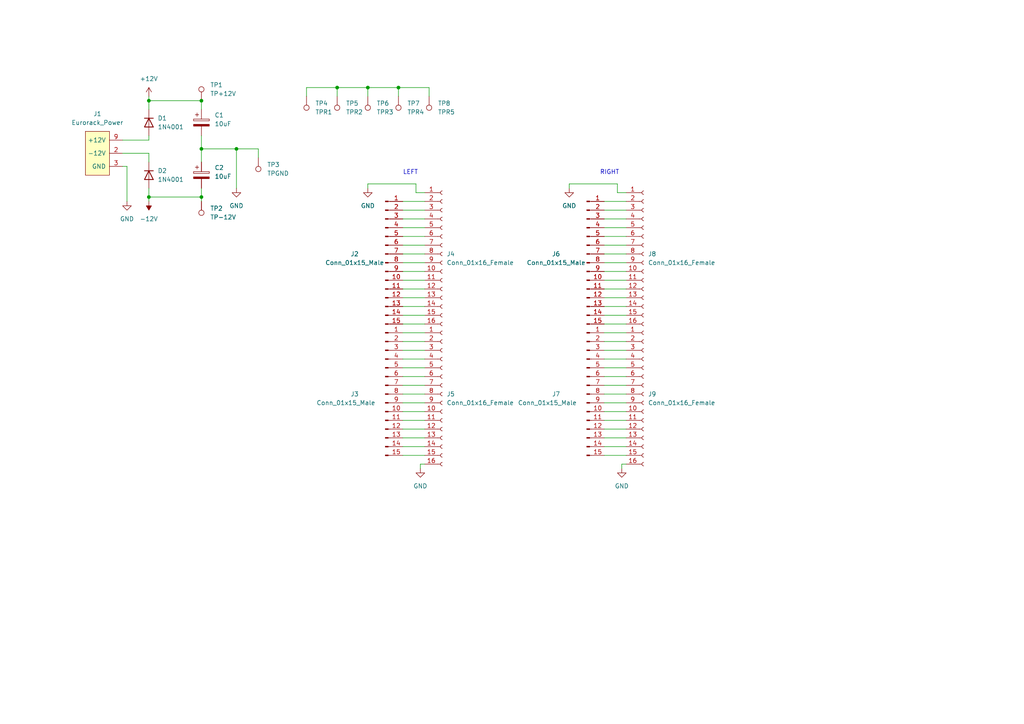
<source format=kicad_sch>
(kicad_sch (version 20211123) (generator eeschema)
  (paper "A4")
  (lib_symbols
    (symbol "Connector:Conn_01x15_Male" (pin_names (offset 1.016) hide)
      (property "Reference" "J" (at 0 20.32 0))
      (property "Value" "Conn_01x15_Male" (at 0 -20.32 0))
      (symbol "Conn_01x15_Male_1_1"
        (polyline (pts (xy 1.27 -17.78) (xy 0.8636 -17.78)) (stroke (width 0.1524)))
        (polyline (pts (xy 1.27 -15.24) (xy 0.8636 -15.24)) (stroke (width 0.1524)))
        (polyline (pts (xy 1.27 -12.7) (xy 0.8636 -12.7)) (stroke (width 0.1524)))
        (polyline (pts (xy 1.27 -10.16) (xy 0.8636 -10.16)) (stroke (width 0.1524)))
        (polyline (pts (xy 1.27 -7.62) (xy 0.8636 -7.62)) (stroke (width 0.1524)))
        (polyline (pts (xy 1.27 -5.08) (xy 0.8636 -5.08)) (stroke (width 0.1524)))
        (polyline (pts (xy 1.27 -2.54) (xy 0.8636 -2.54)) (stroke (width 0.1524)))
        (polyline (pts (xy 1.27 0) (xy 0.8636 0)) (stroke (width 0.1524)))
        (polyline (pts (xy 1.27 2.54) (xy 0.8636 2.54)) (stroke (width 0.1524)))
        (polyline (pts (xy 1.27 5.08) (xy 0.8636 5.08)) (stroke (width 0.1524)))
        (polyline (pts (xy 1.27 7.62) (xy 0.8636 7.62)) (stroke (width 0.1524)))
        (polyline (pts (xy 1.27 10.16) (xy 0.8636 10.16)) (stroke (width 0.1524)))
        (polyline (pts (xy 1.27 12.7) (xy 0.8636 12.7)) (stroke (width 0.1524)))
        (polyline (pts (xy 1.27 15.24) (xy 0.8636 15.24)) (stroke (width 0.1524)))
        (polyline (pts (xy 1.27 17.78) (xy 0.8636 17.78)) (stroke (width 0.1524)))
        (rectangle (start 0.8636 -17.653) (end 0 -17.907) (stroke (width 0.1524)) (fill (type outline)))
        (rectangle (start 0.8636 -15.113) (end 0 -15.367) (stroke (width 0.1524)) (fill (type outline)))
        (rectangle (start 0.8636 -12.573) (end 0 -12.827) (stroke (width 0.1524)) (fill (type outline)))
        (rectangle (start 0.8636 -10.033) (end 0 -10.287) (stroke (width 0.1524)) (fill (type outline)))
        (rectangle (start 0.8636 -7.493) (end 0 -7.747) (stroke (width 0.1524)) (fill (type outline)))
        (rectangle (start 0.8636 -4.953) (end 0 -5.207) (stroke (width 0.1524)) (fill (type outline)))
        (rectangle (start 0.8636 -2.413) (end 0 -2.667) (stroke (width 0.1524)) (fill (type outline)))
        (rectangle (start 0.8636 0.127) (end 0 -0.127) (stroke (width 0.1524)) (fill (type outline)))
        (rectangle (start 0.8636 2.667) (end 0 2.413) (stroke (width 0.1524)) (fill (type outline)))
        (rectangle (start 0.8636 5.207) (end 0 4.953) (stroke (width 0.1524)) (fill (type outline)))
        (rectangle (start 0.8636 7.747) (end 0 7.493) (stroke (width 0.1524)) (fill (type outline)))
        (rectangle (start 0.8636 10.287) (end 0 10.033) (stroke (width 0.1524)) (fill (type outline)))
        (rectangle (start 0.8636 12.827) (end 0 12.573) (stroke (width 0.1524)) (fill (type outline)))
        (rectangle (start 0.8636 15.367) (end 0 15.113) (stroke (width 0.1524)) (fill (type outline)))
        (rectangle (start 0.8636 17.907) (end 0 17.653) (stroke (width 0.1524)) (fill (type outline)))
        (pin passive line (at 5.08 17.78 180) (length 3.81) (name "Pin_1") (number "1"))
        (pin passive line (at 5.08 -5.08 180) (length 3.81) (name "Pin_10") (number "10"))
        (pin passive line (at 5.08 -7.62 180) (length 3.81) (name "Pin_11") (number "11"))
        (pin passive line (at 5.08 -10.16 180) (length 3.81) (name "Pin_12") (number "12"))
        (pin passive line (at 5.08 -12.7 180) (length 3.81) (name "Pin_13") (number "13"))
        (pin passive line (at 5.08 -15.24 180) (length 3.81) (name "Pin_14") (number "14"))
        (pin passive line (at 5.08 -17.78 180) (length 3.81) (name "Pin_15") (number "15"))
        (pin passive line (at 5.08 15.24 180) (length 3.81) (name "Pin_2") (number "2"))
        (pin passive line (at 5.08 12.7 180) (length 3.81) (name "Pin_3") (number "3"))
        (pin passive line (at 5.08 10.16 180) (length 3.81) (name "Pin_4") (number "4"))
        (pin passive line (at 5.08 7.62 180) (length 3.81) (name "Pin_5") (number "5"))
        (pin passive line (at 5.08 5.08 180) (length 3.81) (name "Pin_6") (number "6"))
        (pin passive line (at 5.08 2.54 180) (length 3.81) (name "Pin_7") (number "7"))
        (pin passive line (at 5.08 0 180) (length 3.81) (name "Pin_8") (number "8"))
        (pin passive line (at 5.08 -2.54 180) (length 3.81) (name "Pin_9") (number "9"))
      )
    )
    (symbol "Connector:Conn_01x16_Female" (pin_names (offset 1.016) hide)
      (property "Reference" "J" (at 0 20.32 0))
      (property "Value" "Conn_01x16_Female" (at 0 -22.86 0))
      (symbol "Conn_01x16_Female_1_1"
        (arc (start 0 -19.812) (mid -0.508 -20.32) (end 0 -20.828) (stroke (width 0.1524)))
        (arc (start 0 -17.272) (mid -0.508 -17.78) (end 0 -18.288) (stroke (width 0.1524)))
        (arc (start 0 -14.732) (mid -0.508 -15.24) (end 0 -15.748) (stroke (width 0.1524)))
        (arc (start 0 -12.192) (mid -0.508 -12.7) (end 0 -13.208) (stroke (width 0.1524)))
        (arc (start 0 -9.652) (mid -0.508 -10.16) (end 0 -10.668) (stroke (width 0.1524)))
        (arc (start 0 -7.112) (mid -0.508 -7.62) (end 0 -8.128) (stroke (width 0.1524)))
        (arc (start 0 -4.572) (mid -0.508 -5.08) (end 0 -5.588) (stroke (width 0.1524)))
        (arc (start 0 -2.032) (mid -0.508 -2.54) (end 0 -3.048) (stroke (width 0.1524)))
        (polyline (pts (xy -1.27 -20.32) (xy -0.508 -20.32)) (stroke (width 0.1524)))
        (polyline (pts (xy -1.27 -17.78) (xy -0.508 -17.78)) (stroke (width 0.1524)))
        (polyline (pts (xy -1.27 -15.24) (xy -0.508 -15.24)) (stroke (width 0.1524)))
        (polyline (pts (xy -1.27 -12.7) (xy -0.508 -12.7)) (stroke (width 0.1524)))
        (polyline (pts (xy -1.27 -10.16) (xy -0.508 -10.16)) (stroke (width 0.1524)))
        (polyline (pts (xy -1.27 -7.62) (xy -0.508 -7.62)) (stroke (width 0.1524)))
        (polyline (pts (xy -1.27 -5.08) (xy -0.508 -5.08)) (stroke (width 0.1524)))
        (polyline (pts (xy -1.27 -2.54) (xy -0.508 -2.54)) (stroke (width 0.1524)))
        (polyline (pts (xy -1.27 0) (xy -0.508 0)) (stroke (width 0.1524)))
        (polyline (pts (xy -1.27 2.54) (xy -0.508 2.54)) (stroke (width 0.1524)))
        (polyline (pts (xy -1.27 5.08) (xy -0.508 5.08)) (stroke (width 0.1524)))
        (polyline (pts (xy -1.27 7.62) (xy -0.508 7.62)) (stroke (width 0.1524)))
        (polyline (pts (xy -1.27 10.16) (xy -0.508 10.16)) (stroke (width 0.1524)))
        (polyline (pts (xy -1.27 12.7) (xy -0.508 12.7)) (stroke (width 0.1524)))
        (polyline (pts (xy -1.27 15.24) (xy -0.508 15.24)) (stroke (width 0.1524)))
        (polyline (pts (xy -1.27 17.78) (xy -0.508 17.78)) (stroke (width 0.1524)))
        (arc (start 0 0.508) (mid -0.508 0) (end 0 -0.508) (stroke (width 0.1524)))
        (arc (start 0 3.048) (mid -0.508 2.54) (end 0 2.032) (stroke (width 0.1524)))
        (arc (start 0 5.588) (mid -0.508 5.08) (end 0 4.572) (stroke (width 0.1524)))
        (arc (start 0 8.128) (mid -0.508 7.62) (end 0 7.112) (stroke (width 0.1524)))
        (arc (start 0 10.668) (mid -0.508 10.16) (end 0 9.652) (stroke (width 0.1524)))
        (arc (start 0 13.208) (mid -0.508 12.7) (end 0 12.192) (stroke (width 0.1524)))
        (arc (start 0 15.748) (mid -0.508 15.24) (end 0 14.732) (stroke (width 0.1524)))
        (arc (start 0 18.288) (mid -0.508 17.78) (end 0 17.272) (stroke (width 0.1524)))
        (pin passive line (at -5.08 17.78 0) (length 3.81) (name "Pin_1") (number "1"))
        (pin passive line (at -5.08 -5.08 0) (length 3.81) (name "Pin_10") (number "10"))
        (pin passive line (at -5.08 -7.62 0) (length 3.81) (name "Pin_11") (number "11"))
        (pin passive line (at -5.08 -10.16 0) (length 3.81) (name "Pin_12") (number "12"))
        (pin passive line (at -5.08 -12.7 0) (length 3.81) (name "Pin_13") (number "13"))
        (pin passive line (at -5.08 -15.24 0) (length 3.81) (name "Pin_14") (number "14"))
        (pin passive line (at -5.08 -17.78 0) (length 3.81) (name "Pin_15") (number "15"))
        (pin passive line (at -5.08 -20.32 0) (length 3.81) (name "Pin_16") (number "16"))
        (pin passive line (at -5.08 15.24 0) (length 3.81) (name "Pin_2") (number "2"))
        (pin passive line (at -5.08 12.7 0) (length 3.81) (name "Pin_3") (number "3"))
        (pin passive line (at -5.08 10.16 0) (length 3.81) (name "Pin_4") (number "4"))
        (pin passive line (at -5.08 7.62 0) (length 3.81) (name "Pin_5") (number "5"))
        (pin passive line (at -5.08 5.08 0) (length 3.81) (name "Pin_6") (number "6"))
        (pin passive line (at -5.08 2.54 0) (length 3.81) (name "Pin_7") (number "7"))
        (pin passive line (at -5.08 0 0) (length 3.81) (name "Pin_8") (number "8"))
        (pin passive line (at -5.08 -2.54 0) (length 3.81) (name "Pin_9") (number "9"))
      )
    )
    (symbol "Connector:TestPoint" (pin_numbers hide) (pin_names (offset 0.762) hide)
      (property "Reference" "TP" (at 0 6.858 0))
      (property "Value" "TestPoint" (at 0 5.08 0))
      (symbol "TestPoint_0_1"
        (circle (center 0 3.302) (radius 0.762))
      )
      (symbol "TestPoint_1_1"
        (pin passive line (at 0 0 90) (length 2.54) (name "1") (number "1"))
      )
    )
    (symbol "Device:C_Polarized" (pin_numbers hide) (pin_names (offset 0.254))
      (property "Reference" "C" (at 0.635 2.54 0))
      (property "Value" "C_Polarized" (at 0.635 -2.54 0))
      (symbol "C_Polarized_0_1"
        (rectangle (start -2.286 0.508) (end 2.286 1.016))
        (polyline (pts (xy -1.778 2.286) (xy -0.762 2.286)))
        (polyline (pts (xy -1.27 2.794) (xy -1.27 1.778)))
        (rectangle (start 2.286 -0.508) (end -2.286 -1.016) (fill (type outline)))
      )
      (symbol "C_Polarized_1_1"
        (pin passive line (at 0 3.81 270) (length 2.794) (name "~") (number "1"))
        (pin passive line (at 0 -3.81 90) (length 2.794) (name "~") (number "2"))
      )
    )
    (symbol "Diode:1N4001" (pin_numbers hide) (pin_names hide)
      (property "Reference" "D" (at 0 2.54 0))
      (property "Value" "1N4001" (at 0 -2.54 0))
      (symbol "1N4001_0_1"
        (polyline (pts (xy -1.27 1.27) (xy -1.27 -1.27)) (stroke (width 0.254)))
        (polyline (pts (xy 1.27 0) (xy -1.27 0)))
        (polyline (pts (xy 1.27 1.27) (xy 1.27 -1.27) (xy -1.27 0) (xy 1.27 1.27)) (stroke (width 0.254)))
      )
      (symbol "1N4001_1_1"
        (pin passive line (at -3.81 0 0) (length 2.54) (name "K") (number "1"))
        (pin passive line (at 3.81 0 180) (length 2.54) (name "A") (number "2"))
      )
    )
    (symbol "power:+12V" (power) (pin_names (offset 0))
      (property "Value" "+12V" (at 0 3.556 0))
      (symbol "+12V_0_1"
        (polyline (pts (xy -0.762 1.27) (xy 0 2.54)))
        (polyline (pts (xy 0 0) (xy 0 2.54)))
        (polyline (pts (xy 0 2.54) (xy 0.762 1.27)))
      )
      (symbol "+12V_1_1"
        (pin power_in line (at 0 0 90) (length 0) hide (name "+12V") (number "1"))
      )
    )
    (symbol "power:-12V" (power) (pin_names (offset 0))
      (property "Value" "-12V" (at 0 3.81 0))
      (symbol "-12V_0_0"
        (pin power_in line (at 0 0 90) (length 0) hide (name "-12V") (number "1"))
      )
      (symbol "-12V_0_1"
        (polyline (pts (xy 0 0) (xy 0 1.27) (xy 0.762 1.27) (xy 0 2.54) (xy -0.762 1.27) (xy 0 1.27)) (fill (type outline)))
      )
    )
    (symbol "power:GND" (power) (pin_names (offset 0))
      (property "Value" "GND" (at 0 -3.81 0))
      (symbol "GND_0_1"
        (polyline (pts (xy 0 0) (xy 0 -1.27) (xy 1.27 -1.27) (xy 0 -2.54) (xy -1.27 -1.27) (xy 0 -1.27)))
      )
      (symbol "GND_1_1"
        (pin power_in line (at 0 0 270) (length 0) hide (name "GND") (number "1"))
      )
    )
    (symbol "winterbloom:Eurorack_Power" (pin_names (offset 1.016))
      (property "Reference" "J" (at -0.635 7.62 0))
      (property "Value" "Eurorack_Power" (at 0 -7.62 0))
      (symbol "Eurorack_Power_0_1"
        (rectangle (start -3.175 6.35) (end 3.81 -6.35) (fill (type background)))
      )
      (symbol "Eurorack_Power_1_1"
        (pin power_out line (at 7.62 0 180) (length 3.81) hide (name "-12V") (number "1"))
        (pin passive line (at 7.62 3.81 180) (length 3.81) hide (name "+12V") (number "10"))
        (pin passive line (at 7.62 0 180) (length 3.81) (name "-12V") (number "2"))
        (pin power_out line (at 7.62 -3.81 180) (length 3.81) (name "GND") (number "3"))
        (pin passive line (at 7.62 -3.81 180) (length 3.81) hide (name "GND") (number "4"))
        (pin passive line (at 7.62 -3.81 180) (length 3.81) hide (name "GND") (number "5"))
        (pin passive line (at 7.62 -3.81 180) (length 3.81) hide (name "GND") (number "6"))
        (pin passive line (at 7.62 -3.81 180) (length 3.81) hide (name "GND") (number "7"))
        (pin passive line (at 7.62 -3.81 180) (length 3.81) hide (name "GND") (number "8"))
        (pin power_out line (at 7.62 3.81 180) (length 3.81) (name "+12V") (number "9"))
      )
    )
  )
  (junction (at 43.18 57.15))
  (junction (at 58.42 29.21))
  (junction (at 68.58 43.18))
  (junction (at 115.57 25.4))
  (junction (at 106.68 25.4))
  (junction (at 58.42 57.15))
  (junction (at 97.79 25.4))
  (junction (at 43.18 29.21))
  (junction (at 58.42 43.18))
  (wire (pts (xy 175.26 96.52) (xy 181.61 96.52)))
  (wire (pts (xy 175.26 99.06) (xy 181.61 99.06)))
  (wire (pts (xy 175.26 93.98) (xy 181.61 93.98)))
  (wire (pts (xy 88.9 27.94) (xy 88.9 25.4)))
  (wire (pts (xy 43.18 44.45) (xy 43.18 46.99)))
  (wire (pts (xy 97.79 25.4) (xy 97.79 27.94)))
  (wire (pts (xy 43.18 29.21) (xy 43.18 31.75)))
  (wire (pts (xy 175.26 109.22) (xy 181.61 109.22)))
  (wire (pts (xy 175.26 121.92) (xy 181.61 121.92)))
  (wire (pts (xy 58.42 57.15) (xy 58.42 54.61)))
  (wire (pts (xy 43.18 27.94) (xy 43.18 29.21)))
  (wire (pts (xy 175.26 116.84) (xy 181.61 116.84)))
  (wire (pts (xy 175.26 81.28) (xy 181.61 81.28)))
  (wire (pts (xy 116.84 81.28) (xy 123.19 81.28)))
  (wire (pts (xy 121.92 134.62) (xy 121.92 135.89)))
  (wire (pts (xy 116.84 71.12) (xy 123.19 71.12)))
  (wire (pts (xy 175.26 111.76) (xy 181.61 111.76)))
  (wire (pts (xy 175.26 104.14) (xy 181.61 104.14)))
  (wire (pts (xy 116.84 96.52) (xy 123.19 96.52)))
  (wire (pts (xy 175.26 106.68) (xy 181.61 106.68)))
  (wire (pts (xy 116.84 99.06) (xy 123.19 99.06)))
  (wire (pts (xy 116.84 93.98) (xy 123.19 93.98)))
  (wire (pts (xy 179.07 53.34) (xy 165.1 53.34)))
  (wire (pts (xy 175.26 83.82) (xy 181.61 83.82)))
  (wire (pts (xy 116.84 124.46) (xy 123.19 124.46)))
  (wire (pts (xy 175.26 129.54) (xy 181.61 129.54)))
  (wire (pts (xy 116.84 104.14) (xy 123.19 104.14)))
  (wire (pts (xy 106.68 53.34) (xy 106.68 54.61)))
  (wire (pts (xy 116.84 106.68) (xy 123.19 106.68)))
  (wire (pts (xy 116.84 111.76) (xy 123.19 111.76)))
  (wire (pts (xy 116.84 58.42) (xy 123.19 58.42)))
  (wire (pts (xy 106.68 25.4) (xy 106.68 27.94)))
  (wire (pts (xy 116.84 127) (xy 123.19 127)))
  (wire (pts (xy 106.68 25.4) (xy 115.57 25.4)))
  (wire (pts (xy 181.61 134.62) (xy 180.34 134.62)))
  (wire (pts (xy 116.84 88.9) (xy 123.19 88.9)))
  (wire (pts (xy 115.57 25.4) (xy 115.57 27.94)))
  (wire (pts (xy 175.26 124.46) (xy 181.61 124.46)))
  (wire (pts (xy 175.26 91.44) (xy 181.61 91.44)))
  (wire (pts (xy 35.56 40.64) (xy 43.18 40.64)))
  (wire (pts (xy 116.84 116.84) (xy 123.19 116.84)))
  (wire (pts (xy 181.61 55.88) (xy 179.07 55.88)))
  (wire (pts (xy 179.07 53.34) (xy 179.07 55.88)))
  (wire (pts (xy 58.42 29.21) (xy 43.18 29.21)))
  (wire (pts (xy 116.84 78.74) (xy 123.19 78.74)))
  (wire (pts (xy 175.26 66.04) (xy 181.61 66.04)))
  (wire (pts (xy 175.26 68.58) (xy 181.61 68.58)))
  (wire (pts (xy 165.1 53.34) (xy 165.1 54.61)))
  (wire (pts (xy 68.58 43.18) (xy 74.93 43.18)))
  (wire (pts (xy 88.9 25.4) (xy 97.79 25.4)))
  (wire (pts (xy 175.26 78.74) (xy 181.61 78.74)))
  (wire (pts (xy 116.84 109.22) (xy 123.19 109.22)))
  (wire (pts (xy 175.26 76.2) (xy 181.61 76.2)))
  (wire (pts (xy 175.26 63.5) (xy 181.61 63.5)))
  (wire (pts (xy 35.56 44.45) (xy 43.18 44.45)))
  (wire (pts (xy 116.84 60.96) (xy 123.19 60.96)))
  (wire (pts (xy 175.26 86.36) (xy 181.61 86.36)))
  (wire (pts (xy 116.84 68.58) (xy 123.19 68.58)))
  (wire (pts (xy 175.26 127) (xy 181.61 127)))
  (wire (pts (xy 116.84 119.38) (xy 123.19 119.38)))
  (wire (pts (xy 116.84 91.44) (xy 123.19 91.44)))
  (wire (pts (xy 97.79 25.4) (xy 106.68 25.4)))
  (wire (pts (xy 58.42 43.18) (xy 58.42 46.99)))
  (wire (pts (xy 116.84 86.36) (xy 123.19 86.36)))
  (wire (pts (xy 116.84 66.04) (xy 123.19 66.04)))
  (wire (pts (xy 175.26 58.42) (xy 181.61 58.42)))
  (wire (pts (xy 68.58 54.61) (xy 68.58 43.18)))
  (wire (pts (xy 43.18 57.15) (xy 43.18 54.61)))
  (wire (pts (xy 74.93 43.18) (xy 74.93 45.72)))
  (wire (pts (xy 116.84 83.82) (xy 123.19 83.82)))
  (wire (pts (xy 43.18 57.15) (xy 58.42 57.15)))
  (wire (pts (xy 43.18 57.15) (xy 43.18 58.42)))
  (wire (pts (xy 68.58 43.18) (xy 58.42 43.18)))
  (wire (pts (xy 123.19 55.88) (xy 120.65 55.88)))
  (wire (pts (xy 43.18 40.64) (xy 43.18 39.37)))
  (wire (pts (xy 116.84 114.3) (xy 123.19 114.3)))
  (wire (pts (xy 180.34 134.62) (xy 180.34 135.89)))
  (wire (pts (xy 58.42 39.37) (xy 58.42 43.18)))
  (wire (pts (xy 116.84 73.66) (xy 123.19 73.66)))
  (wire (pts (xy 124.46 25.4) (xy 124.46 27.94)))
  (wire (pts (xy 175.26 132.08) (xy 181.61 132.08)))
  (wire (pts (xy 175.26 60.96) (xy 181.61 60.96)))
  (wire (pts (xy 58.42 31.75) (xy 58.42 29.21)))
  (wire (pts (xy 116.84 129.54) (xy 123.19 129.54)))
  (wire (pts (xy 120.65 53.34) (xy 106.68 53.34)))
  (wire (pts (xy 175.26 101.6) (xy 181.61 101.6)))
  (wire (pts (xy 175.26 73.66) (xy 181.61 73.66)))
  (wire (pts (xy 116.84 121.92) (xy 123.19 121.92)))
  (wire (pts (xy 175.26 71.12) (xy 181.61 71.12)))
  (wire (pts (xy 116.84 76.2) (xy 123.19 76.2)))
  (wire (pts (xy 175.26 114.3) (xy 181.61 114.3)))
  (wire (pts (xy 175.26 88.9) (xy 181.61 88.9)))
  (wire (pts (xy 116.84 132.08) (xy 123.19 132.08)))
  (wire (pts (xy 120.65 53.34) (xy 120.65 55.88)))
  (wire (pts (xy 115.57 25.4) (xy 124.46 25.4)))
  (wire (pts (xy 175.26 119.38) (xy 181.61 119.38)))
  (wire (pts (xy 36.83 48.26) (xy 36.83 58.42)))
  (wire (pts (xy 116.84 101.6) (xy 123.19 101.6)))
  (wire (pts (xy 35.56 48.26) (xy 36.83 48.26)))
  (wire (pts (xy 58.42 57.15) (xy 58.42 58.42)))
  (wire (pts (xy 116.84 63.5) (xy 123.19 63.5)))
  (wire (pts (xy 123.19 134.62) (xy 121.92 134.62)))
  (text "RIGHT" (at 173.99 50.8 0) (effects (font (size 1.27 1.27)) (justify left bottom)))
  (text "LEFT" (at 116.84 50.8 0) (effects (font (size 1.27 1.27)) (justify left bottom)))
  (symbol (lib_id "Connector:Conn_01x16_Female") (at 128.27 73.66 0) (unit 1)
    (property "Reference" "J4" (at 129.54 73.6599 0) (effects (justify left)))
    (property "Value" "Conn_01x16_Female" (at 129.54 76.1999 0) (effects (justify left)))
    (property "Footprint" "Connector_PinHeader_2.54mm:PinHeader_1x16_P2.54mm_Vertical" (effects hide))
  )
  (symbol (lib_id "power:GND") (at 121.92 135.89 0) (unit 1)
    (property "Reference" "#PWR06" (effects hide))
    (property "Value" "GND" (at 121.92 140.97 0))
  )
  (symbol (lib_id "Connector:TestPoint") (at 58.42 29.21 0) (unit 1)
    (property "Reference" "TP1" (at 60.96 24.6379 0) (effects (justify left)))
    (property "Value" "TP+12V" (at 60.96 27.1779 0) (effects (justify left)))
    (property "Footprint" "TestPoint:TestPoint_THTPad_D2.0mm_Drill1.0mm" (effects hide))
  )
  (symbol (lib_id "Connector:Conn_01x16_Female") (at 186.69 73.66 0) (unit 1)
    (property "Reference" "J8" (at 187.96 73.6599 0) (effects (justify left)))
    (property "Value" "Conn_01x16_Female" (at 187.96 76.1999 0) (effects (justify left)))
    (property "Footprint" "Connector_PinHeader_2.54mm:PinHeader_1x16_P2.54mm_Vertical" (effects hide))
  )
  (symbol (lib_id "Device:C_Polarized") (at 58.42 50.8 0) (unit 1)
    (property "Reference" "C2" (at 62.23 48.6409 0) (effects (justify left)))
    (property "Value" "10uF" (at 62.23 51.1809 0) (effects (justify left)))
    (property "Footprint" "Capacitor_THT:CP_Radial_D6.3mm_P2.50mm" (effects hide))
  )
  (symbol (lib_id "power:GND") (at 106.68 54.61 0) (unit 1)
    (property "Reference" "#PWR05" (effects hide))
    (property "Value" "GND" (at 106.68 59.69 0))
  )
  (symbol (lib_id "Connector:Conn_01x15_Male") (at 170.18 114.3 0) (unit 1)
    (property "Reference" "J7" (at 161.29 114.3 0))
    (property "Value" "Conn_01x15_Male" (at 158.75 116.84 0))
    (property "Footprint" "Connector_PinHeader_2.54mm:PinHeader_1x15_P2.54mm_Vertical" (effects hide))
  )
  (symbol (lib_id "Connector:Conn_01x15_Male") (at 111.76 114.3 0) (unit 1)
    (property "Reference" "J3" (at 102.87 114.3 0))
    (property "Value" "Conn_01x15_Male" (at 100.33 116.84 0))
    (property "Footprint" "Connector_PinHeader_2.54mm:PinHeader_1x15_P2.54mm_Vertical" (effects hide))
  )
  (symbol (lib_id "power:+12V") (at 43.18 27.94 0) (unit 1)
    (property "Reference" "#PWR02" (effects hide))
    (property "Value" "+12V" (at 43.18 22.86 0))
  )
  (symbol (lib_id "Connector:Conn_01x16_Female") (at 128.27 114.3 0) (unit 1)
    (property "Reference" "J5" (at 129.54 114.2999 0) (effects (justify left)))
    (property "Value" "Conn_01x16_Female" (at 129.54 116.8399 0) (effects (justify left)))
    (property "Footprint" "Connector_PinHeader_2.54mm:PinHeader_1x16_P2.54mm_Vertical" (effects hide))
  )
  (symbol (lib_id "Connector:TestPoint") (at 74.93 45.72 180) (unit 1)
    (property "Reference" "TP3" (at 77.47 47.7519 0) (effects (justify right)))
    (property "Value" "TPGND" (at 77.47 50.2919 0) (effects (justify right)))
    (property "Footprint" "TestPoint:TestPoint_THTPad_D2.0mm_Drill1.0mm" (effects hide))
  )
  (symbol (lib_id "Device:C_Polarized") (at 58.42 35.56 0) (unit 1)
    (property "Reference" "C1" (at 62.23 33.4009 0) (effects (justify left)))
    (property "Value" "10uF" (at 62.23 35.9409 0) (effects (justify left)))
    (property "Footprint" "Capacitor_THT:CP_Radial_D6.3mm_P2.50mm" (effects hide))
  )
  (symbol (lib_id "Connector:TestPoint") (at 115.57 27.94 180) (unit 1)
    (property "Reference" "TP7" (at 118.11 29.9719 0) (effects (justify right)))
    (property "Value" "TPR4" (at 118.11 32.5119 0) (effects (justify right)))
    (property "Footprint" "TestPoint:TestPoint_THTPad_D2.0mm_Drill1.0mm" (effects hide))
  )
  (symbol (lib_id "power:GND") (at 180.34 135.89 0) (unit 1)
    (property "Reference" "#PWR08" (effects hide))
    (property "Value" "GND" (at 180.34 140.97 0))
  )
  (symbol (lib_id "Connector:TestPoint") (at 97.79 27.94 180) (unit 1)
    (property "Reference" "TP5" (at 100.33 29.9719 0) (effects (justify right)))
    (property "Value" "TPR2" (at 100.33 32.5119 0) (effects (justify right)))
    (property "Footprint" "TestPoint:TestPoint_THTPad_D2.0mm_Drill1.0mm" (effects hide))
  )
  (symbol (lib_id "power:-12V") (at 43.18 58.42 180) (unit 1)
    (property "Reference" "#PWR03" (effects hide))
    (property "Value" "-12V" (at 43.18 63.5 0))
  )
  (symbol (lib_id "power:GND") (at 36.83 58.42 0) (unit 1)
    (property "Reference" "#PWR01" (effects hide))
    (property "Value" "GND" (at 36.83 63.5 0))
  )
  (symbol (lib_id "Diode:1N4001") (at 43.18 50.8 270) (unit 1)
    (property "Reference" "D2" (at 45.72 49.5299 90) (effects (justify left)))
    (property "Value" "1N4001" (at 45.72 52.0699 90) (effects (justify left)))
    (property "Footprint" "Diode_THT:D_DO-41_SOD81_P10.16mm_Horizontal" (effects hide))
    (property "Datasheet" "http://www.vishay.com/docs/88503/1n4001.pdf" (effects hide))
  )
  (symbol (lib_id "Connector:TestPoint") (at 88.9 27.94 180) (unit 1)
    (property "Reference" "TP4" (at 91.44 29.9719 0) (effects (justify right)))
    (property "Value" "TPR1" (at 91.44 32.5119 0) (effects (justify right)))
    (property "Footprint" "TestPoint:TestPoint_THTPad_D2.0mm_Drill1.0mm" (effects hide))
  )
  (symbol (lib_id "Connector:Conn_01x16_Female") (at 186.69 114.3 0) (unit 1)
    (property "Reference" "J9" (at 187.96 114.2999 0) (effects (justify left)))
    (property "Value" "Conn_01x16_Female" (at 187.96 116.8399 0) (effects (justify left)))
    (property "Footprint" "Connector_PinHeader_2.54mm:PinHeader_1x16_P2.54mm_Vertical" (effects hide))
  )
  (symbol (lib_id "winterbloom:Eurorack_Power") (at 27.94 44.45 0) (unit 1)
    (property "Reference" "J1" (at 28.2575 33.02 0))
    (property "Value" "Eurorack_Power" (at 28.2575 35.56 0))
    (property "Footprint" "winterbloom:Eurorack_Power_2x5_Shrouded" (effects hide))
    (property "Datasheet" "https://static6.arrow.com/aropdfconversion/1507f1621f4e67855dd466ebb3ac550d52564a9d/32302-sxx1.pdf" (effects hide))
    (property "MPN" "302-S101" (effects hide))
  )
  (symbol (lib_id "Connector:Conn_01x15_Male") (at 170.18 76.2 0) (unit 1)
    (property "Reference" "J6" (at 161.29 73.66 0))
    (property "Value" "Conn_01x15_Male" (at 161.29 76.2 0))
    (property "Footprint" "Connector_PinHeader_2.54mm:PinHeader_1x15_P2.54mm_Vertical" (effects hide))
  )
  (symbol (lib_id "Connector:TestPoint") (at 124.46 27.94 180) (unit 1)
    (property "Reference" "TP8" (at 127 29.9719 0) (effects (justify right)))
    (property "Value" "TPR5" (at 127 32.5119 0) (effects (justify right)))
    (property "Footprint" "TestPoint:TestPoint_THTPad_D2.0mm_Drill1.0mm" (effects hide))
  )
  (symbol (lib_id "Connector:Conn_01x15_Male") (at 111.76 76.2 0) (unit 1)
    (property "Reference" "J2" (at 102.87 73.66 0))
    (property "Value" "Conn_01x15_Male" (at 102.87 76.2 0))
    (property "Footprint" "Connector_PinHeader_2.54mm:PinHeader_1x15_P2.54mm_Vertical" (effects hide))
  )
  (symbol (lib_id "power:GND") (at 68.58 54.61 0) (unit 1)
    (property "Reference" "#PWR04" (effects hide))
    (property "Value" "GND" (at 68.58 59.69 0))
  )
  (symbol (lib_id "Diode:1N4001") (at 43.18 35.56 270) (unit 1)
    (property "Reference" "D1" (at 45.72 34.2899 90) (effects (justify left)))
    (property "Value" "1N4001" (at 45.72 36.8299 90) (effects (justify left)))
    (property "Footprint" "Diode_THT:D_DO-41_SOD81_P10.16mm_Horizontal" (effects hide))
    (property "Datasheet" "http://www.vishay.com/docs/88503/1n4001.pdf" (effects hide))
  )
  (symbol (lib_id "Connector:TestPoint") (at 58.42 58.42 180) (unit 1)
    (property "Reference" "TP2" (at 60.96 60.4519 0) (effects (justify right)))
    (property "Value" "TP-12V" (at 60.96 62.9919 0) (effects (justify right)))
    (property "Footprint" "TestPoint:TestPoint_THTPad_D2.0mm_Drill1.0mm" (effects hide))
  )
  (symbol (lib_id "power:GND") (at 165.1 54.61 0) (unit 1)
    (property "Reference" "#PWR07" (effects hide))
    (property "Value" "GND" (at 165.1 59.69 0))
  )
  (symbol (lib_id "Connector:TestPoint") (at 106.68 27.94 180) (unit 1)
    (property "Reference" "TP6" (at 109.22 29.9719 0) (effects (justify right)))
    (property "Value" "TPR3" (at 109.22 32.5119 0) (effects (justify right)))
    (property "Footprint" "TestPoint:TestPoint_THTPad_D2.0mm_Drill1.0mm" (effects hide))
  )
)
</source>
